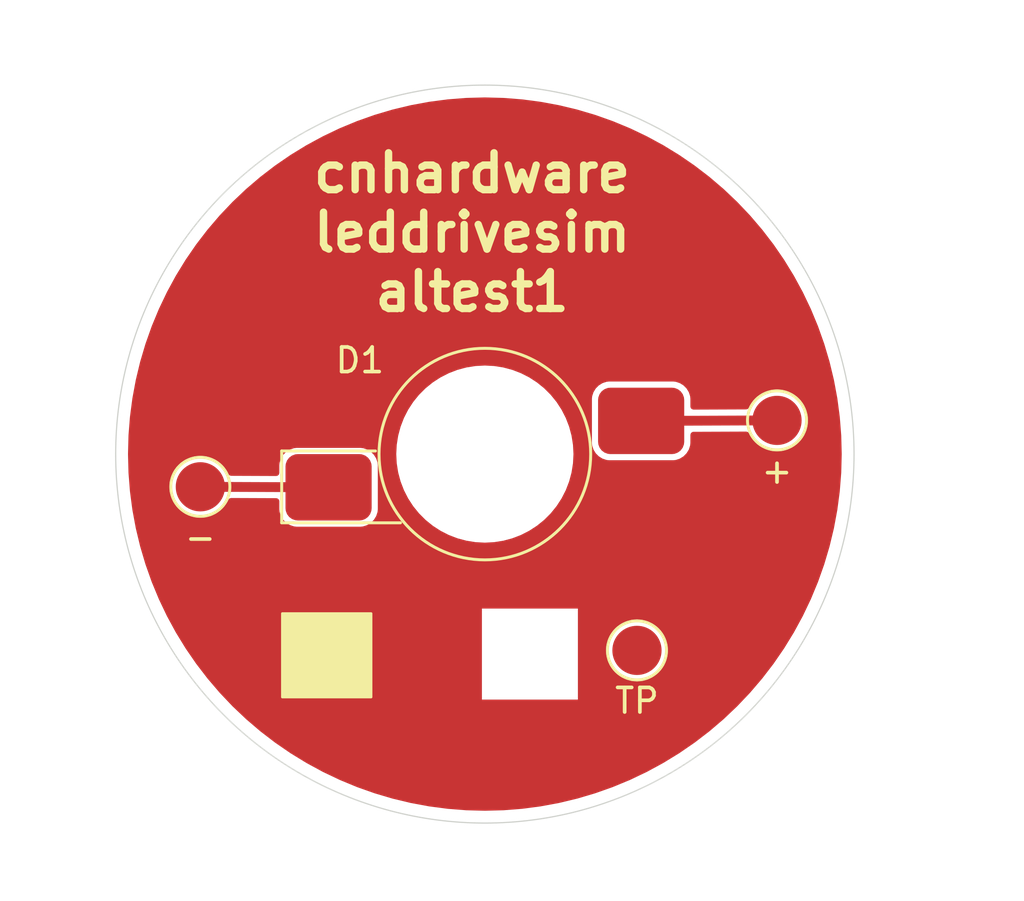
<source format=kicad_pcb>
(kicad_pcb (version 20240108) (generator "pcbnew") (generator_version "8.0")
  (layers (0 "F.Cu" signal) (31 "B.Cu" signal) (34 "B.Paste" user) (35 "F.Paste" user) (36 "B.SilkS" user "B.Silkscreen") (37 "F.SilkS" user "F.Silkscreen") (38 "B.Mask" user) (39 "F.Mask" user) (44 "Edge.Cuts" user))
  (net 0 "")
  (net 1 "Net-(D1-K)")
  (net 2 "Net-(D1-A)")
  (net 3 "Net-(D1-PAD)")
  (footprint "TestPoint:TestPoint_Pad_D2.0mm" (layer "F.Cu") (at 96.6 75.6)
    (property "Reference" "TP3" (hide yes))
    (property "Value" "TP" (at 0 2.05 0) (layer "F.SilkS"))
    (fp_circle (center 0 0) (end 0 1.2) (stroke (width 0.12)) (fill none) (layer "F.SilkS"))
    (pad "1" smd circle (at 0 0) (size 2 2) (layers "F.Cu" "F.Mask") (net 3 "Net-(D1-PAD)"))
  )
  (footprint "TestPoint:TestPoint_Pad_D2.0mm" (layer "F.Cu") (at 78.86 68.95)
    (property "Reference" "TP2" (hide yes))
    (property "Value" "-" (at 0 2.05 0) (layer "F.SilkS"))
    (fp_circle (center 0 0) (end 0 1.2) (stroke (width 0.12)) (fill none) (layer "F.SilkS"))
    (pad "1" smd circle (at 0 0) (size 2 2) (layers "F.Cu" "F.Mask") (net 1 "Net-(D1-K)"))
  )
  (footprint "cnhardware:LED_1W_3W_R8-FOR-ALUMINIUM-SUBSTRATE" (layer "F.Cu") (at 90.42 67.62)
    (property "Reference" "D1" (at -5.08 -3.81 0) (layer "F.SilkS"))
    (property "Value" "LED_1W_3W")
    (fp_line (start -8.255 -0.127) (end -8.255 2.794) (stroke (width 0.12)) (layer "F.SilkS"))
    (fp_line (start -8.255 2.794) (end -3.429 2.794) (stroke (width 0.12)) (layer "F.SilkS"))
    (fp_line (start -4.445 -0.127) (end -8.255 -0.127) (stroke (width 0.12)) (layer "F.SilkS"))
    (fp_circle (center 0 0) (end -4.3 0) (stroke (width 0.12)) (fill none) (layer "F.SilkS"))
    (pad "1" smd roundrect (at -6.35 1.35) (size 3.5 2.7) (layers "F.Cu" "F.Paste" "F.Mask") (roundrect_rratio 0.1851851852) (net 1 "Net-(D1-K)"))
    (pad "2" smd roundrect (at 6.35 -1.35) (size 3.5 2.7) (layers "F.Cu" "F.Paste" "F.Mask") (roundrect_rratio 0.1851851852) (net 2 "Net-(D1-A)"))
    (zone (net 0) (net_name "") (layer "F.Cu") (connect_pads (clearance 0)) (min_thickness 0.25)
      (keepout (tracks allowed) (vias allowed) (pads allowed) (copperpour not_allowed) (footprints allowed))
      (fill (thermal_gap 0.5) (thermal_bridge_width 0.5))
      (polygon (pts (xy 94.02 67.62) (xy 94.000279 67.243698) (xy 93.941331 66.871518) (xy 93.843803 66.507539) (xy 93.708764 66.155748) (xy 93.537691 65.82) (xy 93.332461 65.503973) (xy 93.095321 65.21113) (xy 92.82887 64.944679) (xy 92.536027 64.707539) (xy 92.22 64.502309) (xy 91.884252 64.331236) (xy 91.532461 64.196197) (xy 91.168482 64.098669) (xy 90.796302 64.039721) (xy 90.42 64.02) (xy 90.043698 64.039721) (xy 89.671518 64.098669) (xy 89.307539 64.196197) (xy 88.955748 64.331236) (xy 88.62 64.502309) (xy 88.303973 64.707539) (xy 88.01113 64.944679) (xy 87.744679 65.21113) (xy 87.507539 65.503973) (xy 87.302309 65.82) (xy 87.131236 66.155748) (xy 86.996197 66.507539) (xy 86.898669 66.871518) (xy 86.839721 67.243698) (xy 86.82 67.62) (xy 86.839721 67.996302) (xy 86.898669 68.368482) (xy 86.996197 68.732461) (xy 87.131236 69.084252) (xy 87.302309 69.42) (xy 87.507539 69.736027) (xy 87.744679 70.02887) (xy 88.01113 70.295321) (xy 88.303973 70.532461) (xy 88.62 70.737691) (xy 88.955748 70.908764) (xy 89.307539 71.043803) (xy 89.671518 71.141331) (xy 90.043698 71.200279) (xy 90.42 71.22) (xy 90.796302 71.200279) (xy 91.168482 71.141331) (xy 91.532461 71.043803) (xy 91.884252 70.908764) (xy 92.22 70.737691) (xy 92.536027 70.532461) (xy 92.82887 70.295321) (xy 93.095321 70.02887) (xy 93.332461 69.736027) (xy 93.537691 69.42) (xy 93.708764 69.084252) (xy 93.843803 68.732461) (xy 93.941331 68.368482) (xy 94.000279 67.996302) (xy 94.02 67.62)))
    )
  )
  (footprint "TestPoint:TestPoint_Pad_D2.0mm" (layer "F.Cu") (at 102.29 66.25)
    (property "Reference" "TP1" (hide yes))
    (property "Value" "+" (at 0 2.05 0) (layer "F.SilkS"))
    (fp_circle (center 0 0) (end 0 1.2) (stroke (width 0.12)) (fill none) (layer "F.SilkS"))
    (pad "1" smd circle (at 0 0) (size 2 2) (layers "F.Cu" "F.Mask") (net 2 "Net-(D1-A)"))
  )
  (gr_rect (start 82.19 74.1) (end 85.8 77.5) (stroke (width 0.1)) (fill solid) (layer "F.SilkS"))
  (gr_circle (center 90.42 67.62) (end 90.44 82.62) (stroke (width 0.05)) (fill none) (layer "Edge.Cuts"))
  (gr_text "cnhardware\nleddrivesim\naltest1" (at 89.9 61.9 0) (layer "F.SilkS") (effects (font (size 1.5 1.5) (thickness 0.3) (bold yes)) (justify bottom)))
  (segment (start 84.07 68.97) (end 78.86 68.95) (width 0.4) (layer "F.Cu") (net 1))
  (segment (start 96.77 66.27) (end 102.29 66.25) (width 0.4) (layer "F.Cu") (net 2))
  (zone (net 0) (net_name "") (layer "F.Cu") (connect_pads (clearance 0.25)) (min_thickness 0.25) (fill yes (thermal_gap 0.25) (thermal_bridge_width 0.25) (island_removal_mode 1) (island_area_min 10))
    (polygon (pts (xy 71.23 49.6) (xy 112.33 49.16) (xy 110.92 85.81) (xy 70.72 85.59)))
  )
  (zone (net 0) (net_name "") (layer "F.Cu") (connect_pads (clearance 0)) (min_thickness 0.25)
    (keepout (tracks allowed) (vias allowed) (pads allowed) (copperpour not_allowed) (footprints allowed))
    (fill (thermal_gap 0.5) (thermal_bridge_width 0.5))
    (polygon (pts (xy 90.3 73.9) (xy 94.2 73.9) (xy 94.2 77.6) (xy 90.3 77.6)))
  )
)
</source>
